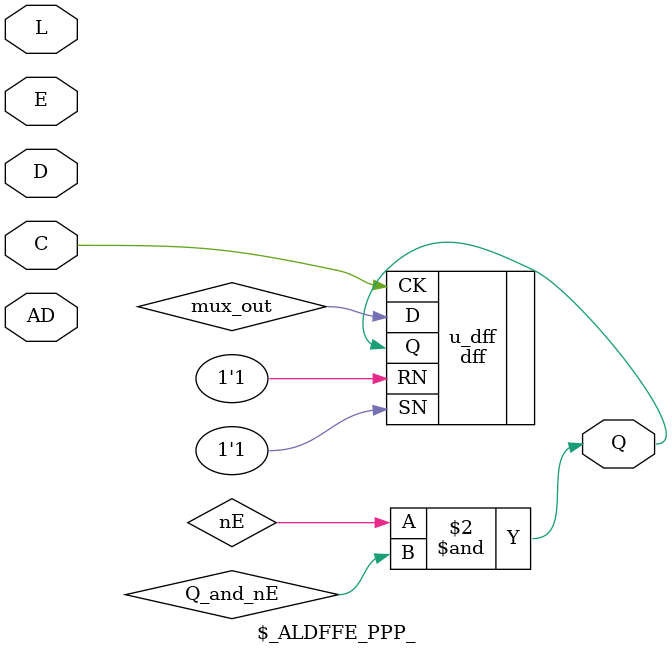
<source format=v>
module $_ALDFF_PP_ (AD, C, D, L, Q);
    input AD;  // async load input
    input C;   // clock
    input D;   // normal D input
    input L;   // async load / preset
    output Q;  // output

    // Internal wires
    wire mux_out;
    wire nL, AD_and_L, D_and_nL;

    // Build a 2:1 mux using AND, OR, NOT
    not u_not_L (.A(L), .Y(nL));              // nL = !L
    and u_and1 (.A(D), .B(nL), .Y(D_and_nL)); // D & !L
    and u_and2 (.A(AD), .B(L), .Y(AD_and_L)); // AD & L
    or  u_or1  (.A(D_and_nL), .B(AD_and_L), .Y(mux_out)); // mux_out = (D & !L) | (AD & L)

    // Connect to reset-only dff
    dff u_dff (
        .D(mux_out),
        .CK(C),
        .RN(1'b1),   // inactive reset
        .SN(1'b1),   // inactive set
        .Q(Q)
    );

endmodule

module $_ALDFFE_PPP_ (AD, C, D, E, L, Q);
    input AD;  // async load input
    input C;   // clock
    input D;   // normal D input
    input E;   // enable
    input L;   // async load / preset
    output Q;  // output

    // Internal wires
    wire nL, nE;
    wire D_and_E, Q_and_nE;
    wire D_mux, AD_and_L, Dmux_and_nL;
    wire mux_out;

    // Invert controls
    not u_notL (.A(L), .Y(nL));      // nL = !L
    not u_notE (.A(E), .Y(nE));      // nE = !E

    // Enable mux: Dmux = (E ? D : Q)
    and u_and1 (.A(D), .B(E),   .Y(D_and_E));   // D & E
    and u_and2 (.A(Q), .B(nE),  .Y(Q_and_nE));  // Q & !E
    or  u_or1  (.A(D_and_E), .B(Q_and_nE), .Y(D_mux));

    // Load mux: mux_out = (L ? AD : D_mux)
    and u_and3 (.A(D_mux), .B(nL), .Y(Dmux_and_nL)); // Dmux & !L
    and u_and4 (.A(AD),    .B(L),  .Y(AD_and_L));    // AD & L
    or  u_or2  (.A(Dmux_and_nL), .B(AD_and_L), .Y(mux_out));

    // Final synchronous DFF (no async behavior in primitive)
    dff u_dff (
        .D(mux_out),
        .CK(C),
        .RN(1'b1),  // inactive reset
        .SN(1'b1),  // inactive set
        .Q(Q)
    );
    
endmodule


// Approach 2: correct asynchronous implementation (but bad netlist relationship)
// module $_ALDFF_PP_ (AD, C, D, L, Q);
//     input AD;  // async load input
//     input C;   // clock
//     input D;   // normal D input
//     input L;   // async load / preset
//     output Q;  // output

//     wire set = L & AD;
//     wire reset = L & ~AD;

//     dff u_dff (
//         .D(D),
//         .CK(C),
//         .RN(reset),
//         .SN(set),
//         .Q(Q)
//     );

// endmodule
</source>
